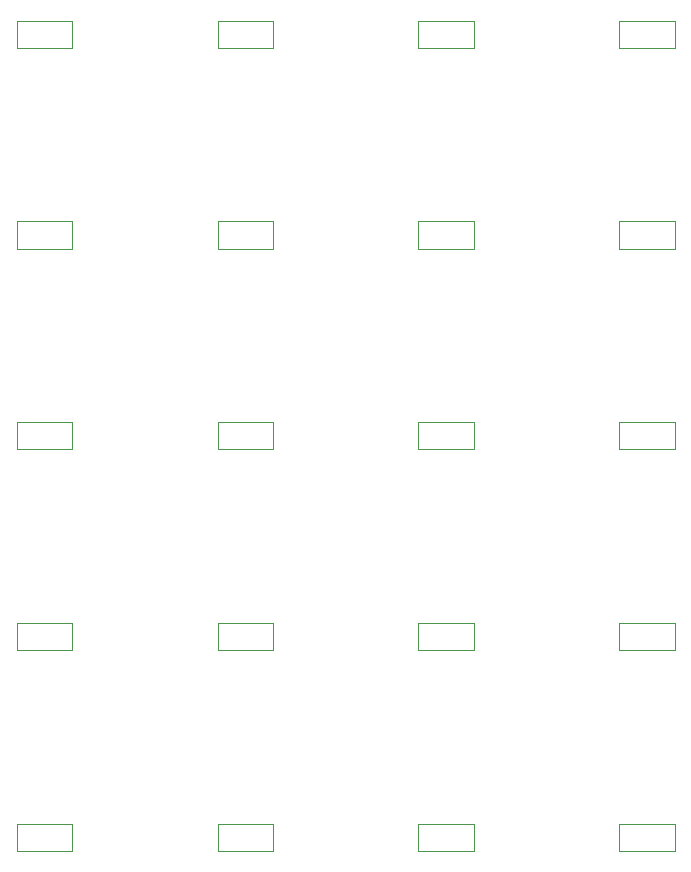
<source format=gbr>
%TF.GenerationSoftware,KiCad,Pcbnew,(5.1.10)-1*%
%TF.CreationDate,2021-08-08T16:05:11+01:00*%
%TF.ProjectId,bongopad,626f6e67-6f70-4616-942e-6b696361645f,1*%
%TF.SameCoordinates,PXb71b00PYb71b00*%
%TF.FileFunction,Other,User*%
%FSLAX46Y46*%
G04 Gerber Fmt 4.6, Leading zero omitted, Abs format (unit mm)*
G04 Created by KiCad (PCBNEW (5.1.10)-1) date 2021-08-08 16:05:11*
%MOMM*%
%LPD*%
G01*
G04 APERTURE LIST*
%ADD10C,0.050000*%
G04 APERTURE END LIST*
D10*
%TO.C,D20*%
X80000000Y-82350000D02*
X84700000Y-82350000D01*
X84700000Y-82350000D02*
X84700000Y-80050000D01*
X84700000Y-80050000D02*
X80000000Y-80050000D01*
X80000000Y-82350000D02*
X80000000Y-80050000D01*
%TO.C,D19*%
X63000000Y-82350000D02*
X67700000Y-82350000D01*
X67700000Y-82350000D02*
X67700000Y-80050000D01*
X67700000Y-80050000D02*
X63000000Y-80050000D01*
X63000000Y-82350000D02*
X63000000Y-80050000D01*
%TO.C,D18*%
X46000000Y-82350000D02*
X50700000Y-82350000D01*
X50700000Y-82350000D02*
X50700000Y-80050000D01*
X50700000Y-80050000D02*
X46000000Y-80050000D01*
X46000000Y-82350000D02*
X46000000Y-80050000D01*
%TO.C,D17*%
X29000000Y-82350000D02*
X33700000Y-82350000D01*
X33700000Y-82350000D02*
X33700000Y-80050000D01*
X33700000Y-80050000D02*
X29000000Y-80050000D01*
X29000000Y-82350000D02*
X29000000Y-80050000D01*
%TO.C,D16*%
X80000000Y-65350000D02*
X84700000Y-65350000D01*
X84700000Y-65350000D02*
X84700000Y-63050000D01*
X84700000Y-63050000D02*
X80000000Y-63050000D01*
X80000000Y-65350000D02*
X80000000Y-63050000D01*
%TO.C,D15*%
X63000000Y-65350000D02*
X67700000Y-65350000D01*
X67700000Y-65350000D02*
X67700000Y-63050000D01*
X67700000Y-63050000D02*
X63000000Y-63050000D01*
X63000000Y-65350000D02*
X63000000Y-63050000D01*
%TO.C,D14*%
X46000000Y-65350000D02*
X50700000Y-65350000D01*
X50700000Y-65350000D02*
X50700000Y-63050000D01*
X50700000Y-63050000D02*
X46000000Y-63050000D01*
X46000000Y-65350000D02*
X46000000Y-63050000D01*
%TO.C,D13*%
X29000000Y-65350000D02*
X33700000Y-65350000D01*
X33700000Y-65350000D02*
X33700000Y-63050000D01*
X33700000Y-63050000D02*
X29000000Y-63050000D01*
X29000000Y-65350000D02*
X29000000Y-63050000D01*
%TO.C,D12*%
X80000000Y-48350000D02*
X84700000Y-48350000D01*
X84700000Y-48350000D02*
X84700000Y-46050000D01*
X84700000Y-46050000D02*
X80000000Y-46050000D01*
X80000000Y-48350000D02*
X80000000Y-46050000D01*
%TO.C,D11*%
X63000000Y-48350000D02*
X67700000Y-48350000D01*
X67700000Y-48350000D02*
X67700000Y-46050000D01*
X67700000Y-46050000D02*
X63000000Y-46050000D01*
X63000000Y-48350000D02*
X63000000Y-46050000D01*
%TO.C,D10*%
X46000000Y-48350000D02*
X50700000Y-48350000D01*
X50700000Y-48350000D02*
X50700000Y-46050000D01*
X50700000Y-46050000D02*
X46000000Y-46050000D01*
X46000000Y-48350000D02*
X46000000Y-46050000D01*
%TO.C,D9*%
X29000000Y-48350000D02*
X33700000Y-48350000D01*
X33700000Y-48350000D02*
X33700000Y-46050000D01*
X33700000Y-46050000D02*
X29000000Y-46050000D01*
X29000000Y-48350000D02*
X29000000Y-46050000D01*
%TO.C,D8*%
X80000000Y-31350000D02*
X84700000Y-31350000D01*
X84700000Y-31350000D02*
X84700000Y-29050000D01*
X84700000Y-29050000D02*
X80000000Y-29050000D01*
X80000000Y-31350000D02*
X80000000Y-29050000D01*
%TO.C,D7*%
X63000000Y-31350000D02*
X67700000Y-31350000D01*
X67700000Y-31350000D02*
X67700000Y-29050000D01*
X67700000Y-29050000D02*
X63000000Y-29050000D01*
X63000000Y-31350000D02*
X63000000Y-29050000D01*
%TO.C,D6*%
X46000000Y-31350000D02*
X50700000Y-31350000D01*
X50700000Y-31350000D02*
X50700000Y-29050000D01*
X50700000Y-29050000D02*
X46000000Y-29050000D01*
X46000000Y-31350000D02*
X46000000Y-29050000D01*
%TO.C,D5*%
X29000000Y-31350000D02*
X33700000Y-31350000D01*
X33700000Y-31350000D02*
X33700000Y-29050000D01*
X33700000Y-29050000D02*
X29000000Y-29050000D01*
X29000000Y-31350000D02*
X29000000Y-29050000D01*
%TO.C,D4*%
X80000000Y-14350000D02*
X84700000Y-14350000D01*
X84700000Y-14350000D02*
X84700000Y-12050000D01*
X84700000Y-12050000D02*
X80000000Y-12050000D01*
X80000000Y-14350000D02*
X80000000Y-12050000D01*
%TO.C,D3*%
X63000000Y-14350000D02*
X67700000Y-14350000D01*
X67700000Y-14350000D02*
X67700000Y-12050000D01*
X67700000Y-12050000D02*
X63000000Y-12050000D01*
X63000000Y-14350000D02*
X63000000Y-12050000D01*
%TO.C,D2*%
X46000000Y-14350000D02*
X50700000Y-14350000D01*
X50700000Y-14350000D02*
X50700000Y-12050000D01*
X50700000Y-12050000D02*
X46000000Y-12050000D01*
X46000000Y-14350000D02*
X46000000Y-12050000D01*
%TO.C,D1*%
X29000000Y-14350000D02*
X33700000Y-14350000D01*
X33700000Y-14350000D02*
X33700000Y-12050000D01*
X33700000Y-12050000D02*
X29000000Y-12050000D01*
X29000000Y-14350000D02*
X29000000Y-12050000D01*
%TD*%
M02*

</source>
